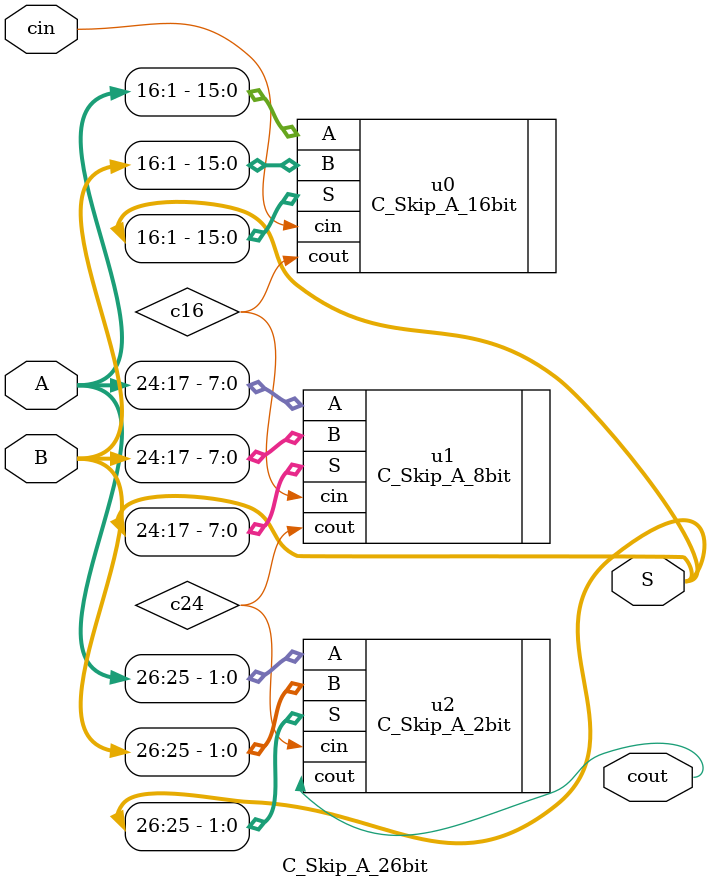
<source format=v>
module C_Skip_A_26bit #(
    parameter width=26
)(
    input wire [width:1] A,
    input wire [width:1] B,
    input wire cin,
    output wire [width:1] S,
    output wire cout
);

    wire c16;
    wire c24;

    C_Skip_A_16bit #(.width(16)) u0 (
        .A(A[16:1]),
        .B(B[16:1]),
        .cin(cin),
        .S(S[16:1]),
        .cout(c16)
    );
    C_Skip_A_8bit #(.width(8)) u1 (
        .A(A[24:17]),
        .B(B[24:17]),
        .cin(c16),
        .S(S[24:17]),
        .cout(c24)
    );
    C_Skip_A_2bit #(.width(2)) u2 (
        .A(A[26:25]),
        .B(B[26:25]),
        .cin(c24),
        .S(S[26:25]),
        .cout(cout)
    );

endmodule

</source>
